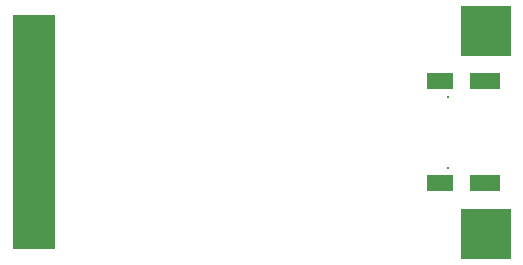
<source format=gbs>
G04*
G04 #@! TF.GenerationSoftware,Altium Limited,Altium Designer,18.1.7 (191)*
G04*
G04 Layer_Color=16711935*
%FSLAX44Y44*%
%MOMM*%
G71*
G01*
G75*
%ADD57C,0.2032*%
%ADD58R,2.2032X1.4032*%
%ADD59R,2.5032X1.4032*%
%ADD60R,4.2032X4.2032*%
%ADD78R,3.6250X19.8500*%
%ADD79R,3.2032X0.5532*%
D57*
X535000Y425000D02*
D03*
Y365000D02*
D03*
D58*
X527830Y438300D02*
D03*
Y351800D02*
D03*
D59*
X566430Y438300D02*
D03*
Y351800D02*
D03*
D60*
X567000Y309000D02*
D03*
Y481000D02*
D03*
D78*
X184125Y395000D02*
D03*
D79*
X184750Y325000D02*
D03*
Y460000D02*
D03*
Y455000D02*
D03*
Y450000D02*
D03*
Y445000D02*
D03*
Y485250D02*
D03*
Y465250D02*
D03*
Y475250D02*
D03*
Y470250D02*
D03*
Y480250D02*
D03*
Y440000D02*
D03*
Y430000D02*
D03*
Y410000D02*
D03*
Y390000D02*
D03*
Y370000D02*
D03*
Y350000D02*
D03*
Y310000D02*
D03*
Y435000D02*
D03*
Y415000D02*
D03*
Y425000D02*
D03*
Y420000D02*
D03*
Y395000D02*
D03*
Y405000D02*
D03*
Y400000D02*
D03*
Y375000D02*
D03*
Y385000D02*
D03*
Y380000D02*
D03*
Y355000D02*
D03*
Y365000D02*
D03*
Y360000D02*
D03*
Y315000D02*
D03*
Y320000D02*
D03*
Y305000D02*
D03*
M02*

</source>
